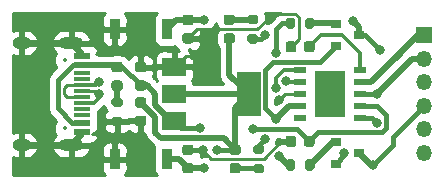
<source format=gbr>
%TF.GenerationSoftware,KiCad,Pcbnew,(5.1.8)-1*%
%TF.CreationDate,2021-05-04T18:07:08+08:00*%
%TF.ProjectId,downloader,646f776e-6c6f-4616-9465-722e6b696361,rev?*%
%TF.SameCoordinates,Original*%
%TF.FileFunction,Copper,L1,Top*%
%TF.FilePolarity,Positive*%
%FSLAX46Y46*%
G04 Gerber Fmt 4.6, Leading zero omitted, Abs format (unit mm)*
G04 Created by KiCad (PCBNEW (5.1.8)-1) date 2021-05-04 18:07:08*
%MOMM*%
%LPD*%
G01*
G04 APERTURE LIST*
%TA.AperFunction,SMDPad,CuDef*%
%ADD10R,2.500000X4.000000*%
%TD*%
%TA.AperFunction,SMDPad,CuDef*%
%ADD11R,1.100000X0.510000*%
%TD*%
%TA.AperFunction,SMDPad,CuDef*%
%ADD12R,2.000000X1.500000*%
%TD*%
%TA.AperFunction,SMDPad,CuDef*%
%ADD13R,2.000000X3.800000*%
%TD*%
%TA.AperFunction,SMDPad,CuDef*%
%ADD14R,0.900000X1.700000*%
%TD*%
%TA.AperFunction,SMDPad,CuDef*%
%ADD15R,0.900000X0.800000*%
%TD*%
%TA.AperFunction,ComponentPad*%
%ADD16O,1.350000X1.350000*%
%TD*%
%TA.AperFunction,ComponentPad*%
%ADD17R,1.350000X1.350000*%
%TD*%
%TA.AperFunction,SMDPad,CuDef*%
%ADD18R,1.450000X0.600000*%
%TD*%
%TA.AperFunction,SMDPad,CuDef*%
%ADD19R,1.450000X0.300000*%
%TD*%
%TA.AperFunction,ComponentPad*%
%ADD20O,2.100000X1.000000*%
%TD*%
%TA.AperFunction,ComponentPad*%
%ADD21O,1.600000X1.000000*%
%TD*%
%TA.AperFunction,ViaPad*%
%ADD22C,0.800000*%
%TD*%
%TA.AperFunction,Conductor*%
%ADD23C,0.500000*%
%TD*%
%TA.AperFunction,Conductor*%
%ADD24C,0.400000*%
%TD*%
%TA.AperFunction,Conductor*%
%ADD25C,0.250000*%
%TD*%
%TA.AperFunction,Conductor*%
%ADD26C,0.300000*%
%TD*%
%TA.AperFunction,Conductor*%
%ADD27C,0.254000*%
%TD*%
%TA.AperFunction,Conductor*%
%ADD28C,0.350000*%
%TD*%
%ADD29C,0.350000*%
%ADD30O,1.700000X0.600000*%
%ADD31O,1.200000X0.600000*%
G04 APERTURE END LIST*
%TO.P,R5,2*%
%TO.N,/RTS*%
%TA.AperFunction,SMDPad,CuDef*%
G36*
G01*
X121275000Y-86675000D02*
X121275000Y-87225000D01*
G75*
G02*
X121075000Y-87425000I-200000J0D01*
G01*
X120675000Y-87425000D01*
G75*
G02*
X120475000Y-87225000I0J200000D01*
G01*
X120475000Y-86675000D01*
G75*
G02*
X120675000Y-86475000I200000J0D01*
G01*
X121075000Y-86475000D01*
G75*
G02*
X121275000Y-86675000I0J-200000D01*
G01*
G37*
%TD.AperFunction*%
%TO.P,R5,1*%
%TO.N,Net-(Q1-Pad1)*%
%TA.AperFunction,SMDPad,CuDef*%
G36*
G01*
X122925000Y-86675000D02*
X122925000Y-87225000D01*
G75*
G02*
X122725000Y-87425000I-200000J0D01*
G01*
X122325000Y-87425000D01*
G75*
G02*
X122125000Y-87225000I0J200000D01*
G01*
X122125000Y-86675000D01*
G75*
G02*
X122325000Y-86475000I200000J0D01*
G01*
X122725000Y-86475000D01*
G75*
G02*
X122925000Y-86675000I0J-200000D01*
G01*
G37*
%TD.AperFunction*%
%TD*%
D10*
%TO.P,U2,11*%
%TO.N,N/C*%
X124200000Y-92950000D03*
D11*
%TO.P,U2,10*%
%TO.N,Net-(C3-Pad2)*%
X126750000Y-90950000D03*
%TO.P,U2,9*%
%TO.N,/RXD*%
X126750000Y-91950000D03*
%TO.P,U2,5*%
%TO.N,N/C*%
X121650000Y-94950000D03*
%TO.P,U2,8*%
%TO.N,/TXD*%
X126750000Y-92950000D03*
%TO.P,U2,7*%
%TO.N,VCC*%
X126750000Y-93950000D03*
%TO.P,U2,6*%
%TO.N,/RTS*%
X126750000Y-94950000D03*
%TO.P,U2,4*%
%TO.N,/DTR*%
X121650000Y-93950000D03*
%TO.P,U2,3*%
%TO.N,GND*%
X121650000Y-92950000D03*
%TO.P,U2,2*%
%TO.N,/D-*%
X121650000Y-91950000D03*
%TO.P,U2,1*%
%TO.N,/D+*%
X121650000Y-90950000D03*
%TD*%
D12*
%TO.P,U1,1*%
%TO.N,GND*%
X111050000Y-90650000D03*
%TO.P,U1,3*%
%TO.N,VCC*%
X111050000Y-95250000D03*
%TO.P,U1,2*%
%TO.N,+3V3*%
X111050000Y-92950000D03*
D13*
X117350000Y-92950000D03*
%TD*%
D14*
%TO.P,SW2,2*%
%TO.N,/EN*%
X110400000Y-98450000D03*
%TO.P,SW2,1*%
%TO.N,GND*%
X106000000Y-98450000D03*
%TD*%
%TO.P,SW1,2*%
%TO.N,/IO0*%
X110400000Y-87450000D03*
%TO.P,SW1,1*%
%TO.N,GND*%
X106000000Y-87450000D03*
%TD*%
%TO.P,R4,2*%
%TO.N,/DTR*%
%TA.AperFunction,SMDPad,CuDef*%
G36*
G01*
X121275000Y-98675000D02*
X121275000Y-99225000D01*
G75*
G02*
X121075000Y-99425000I-200000J0D01*
G01*
X120675000Y-99425000D01*
G75*
G02*
X120475000Y-99225000I0J200000D01*
G01*
X120475000Y-98675000D01*
G75*
G02*
X120675000Y-98475000I200000J0D01*
G01*
X121075000Y-98475000D01*
G75*
G02*
X121275000Y-98675000I0J-200000D01*
G01*
G37*
%TD.AperFunction*%
%TO.P,R4,1*%
%TO.N,Net-(Q2-Pad1)*%
%TA.AperFunction,SMDPad,CuDef*%
G36*
G01*
X122925000Y-98675000D02*
X122925000Y-99225000D01*
G75*
G02*
X122725000Y-99425000I-200000J0D01*
G01*
X122325000Y-99425000D01*
G75*
G02*
X122125000Y-99225000I0J200000D01*
G01*
X122125000Y-98675000D01*
G75*
G02*
X122325000Y-98475000I200000J0D01*
G01*
X122725000Y-98475000D01*
G75*
G02*
X122925000Y-98675000I0J-200000D01*
G01*
G37*
%TD.AperFunction*%
%TD*%
%TO.P,R3,2*%
%TO.N,/TXD*%
%TA.AperFunction,SMDPad,CuDef*%
G36*
G01*
X118475000Y-98025000D02*
X117925000Y-98025000D01*
G75*
G02*
X117725000Y-97825000I0J200000D01*
G01*
X117725000Y-97425000D01*
G75*
G02*
X117925000Y-97225000I200000J0D01*
G01*
X118475000Y-97225000D01*
G75*
G02*
X118675000Y-97425000I0J-200000D01*
G01*
X118675000Y-97825000D01*
G75*
G02*
X118475000Y-98025000I-200000J0D01*
G01*
G37*
%TD.AperFunction*%
%TO.P,R3,1*%
%TO.N,Net-(D3-Pad1)*%
%TA.AperFunction,SMDPad,CuDef*%
G36*
G01*
X118475000Y-99675000D02*
X117925000Y-99675000D01*
G75*
G02*
X117725000Y-99475000I0J200000D01*
G01*
X117725000Y-99075000D01*
G75*
G02*
X117925000Y-98875000I200000J0D01*
G01*
X118475000Y-98875000D01*
G75*
G02*
X118675000Y-99075000I0J-200000D01*
G01*
X118675000Y-99475000D01*
G75*
G02*
X118475000Y-99675000I-200000J0D01*
G01*
G37*
%TD.AperFunction*%
%TD*%
%TO.P,R2,2*%
%TO.N,/RXD*%
%TA.AperFunction,SMDPad,CuDef*%
G36*
G01*
X117425000Y-87875000D02*
X117975000Y-87875000D01*
G75*
G02*
X118175000Y-88075000I0J-200000D01*
G01*
X118175000Y-88475000D01*
G75*
G02*
X117975000Y-88675000I-200000J0D01*
G01*
X117425000Y-88675000D01*
G75*
G02*
X117225000Y-88475000I0J200000D01*
G01*
X117225000Y-88075000D01*
G75*
G02*
X117425000Y-87875000I200000J0D01*
G01*
G37*
%TD.AperFunction*%
%TO.P,R2,1*%
%TO.N,Net-(D2-Pad1)*%
%TA.AperFunction,SMDPad,CuDef*%
G36*
G01*
X117425000Y-86225000D02*
X117975000Y-86225000D01*
G75*
G02*
X118175000Y-86425000I0J-200000D01*
G01*
X118175000Y-86825000D01*
G75*
G02*
X117975000Y-87025000I-200000J0D01*
G01*
X117425000Y-87025000D01*
G75*
G02*
X117225000Y-86825000I0J200000D01*
G01*
X117225000Y-86425000D01*
G75*
G02*
X117425000Y-86225000I200000J0D01*
G01*
G37*
%TD.AperFunction*%
%TD*%
%TO.P,R1,2*%
%TO.N,GND*%
%TA.AperFunction,SMDPad,CuDef*%
G36*
G01*
X105925000Y-94875000D02*
X106475000Y-94875000D01*
G75*
G02*
X106675000Y-95075000I0J-200000D01*
G01*
X106675000Y-95475000D01*
G75*
G02*
X106475000Y-95675000I-200000J0D01*
G01*
X105925000Y-95675000D01*
G75*
G02*
X105725000Y-95475000I0J200000D01*
G01*
X105725000Y-95075000D01*
G75*
G02*
X105925000Y-94875000I200000J0D01*
G01*
G37*
%TD.AperFunction*%
%TO.P,R1,1*%
%TO.N,Net-(D1-Pad1)*%
%TA.AperFunction,SMDPad,CuDef*%
G36*
G01*
X105925000Y-93225000D02*
X106475000Y-93225000D01*
G75*
G02*
X106675000Y-93425000I0J-200000D01*
G01*
X106675000Y-93825000D01*
G75*
G02*
X106475000Y-94025000I-200000J0D01*
G01*
X105925000Y-94025000D01*
G75*
G02*
X105725000Y-93825000I0J200000D01*
G01*
X105725000Y-93425000D01*
G75*
G02*
X105925000Y-93225000I200000J0D01*
G01*
G37*
%TD.AperFunction*%
%TD*%
D15*
%TO.P,Q2,3*%
%TO.N,/EN*%
X126700000Y-97950000D03*
%TO.P,Q2,2*%
%TO.N,/RTS*%
X124700000Y-98900000D03*
%TO.P,Q2,1*%
%TO.N,Net-(Q2-Pad1)*%
X124700000Y-97000000D03*
%TD*%
%TO.P,Q1,3*%
%TO.N,/IO0*%
X126700000Y-87950000D03*
%TO.P,Q1,2*%
%TO.N,/DTR*%
X124700000Y-88900000D03*
%TO.P,Q1,1*%
%TO.N,Net-(Q1-Pad1)*%
X124700000Y-87000000D03*
%TD*%
D16*
%TO.P,J2,6*%
%TO.N,+3V3*%
X132200000Y-97950000D03*
%TO.P,J2,5*%
%TO.N,GND*%
X132200000Y-95950000D03*
%TO.P,J2,4*%
%TO.N,/EN*%
X132200000Y-93950000D03*
%TO.P,J2,3*%
%TO.N,/IO0*%
X132200000Y-91950000D03*
%TO.P,J2,2*%
%TO.N,/TXD*%
X132200000Y-89950000D03*
D17*
%TO.P,J2,1*%
%TO.N,/RXD*%
X132200000Y-87950000D03*
%TD*%
D18*
%TO.P,J1,B1*%
%TO.N,GND*%
X103245000Y-96200000D03*
%TO.P,J1,A9*%
%TO.N,VCC*%
X103245000Y-95400000D03*
%TO.P,J1,B9*%
X103245000Y-90500000D03*
%TO.P,J1,B12*%
%TO.N,GND*%
X103245000Y-89700000D03*
%TO.P,J1,A1*%
X103245000Y-89700000D03*
%TO.P,J1,A4*%
%TO.N,VCC*%
X103245000Y-90500000D03*
%TO.P,J1,B4*%
X103245000Y-95400000D03*
%TO.P,J1,A12*%
%TO.N,GND*%
X103245000Y-96200000D03*
D19*
%TO.P,J1,B8*%
%TO.N,N/C*%
X103245000Y-91200000D03*
%TO.P,J1,A5*%
X103245000Y-91700000D03*
%TO.P,J1,B7*%
%TO.N,/D-*%
X103245000Y-92200000D03*
%TO.P,J1,A7*%
X103245000Y-93200000D03*
%TO.P,J1,B6*%
%TO.N,/D+*%
X103245000Y-93700000D03*
%TO.P,J1,A8*%
%TO.N,N/C*%
X103245000Y-94200000D03*
%TO.P,J1,B5*%
X103245000Y-94700000D03*
%TO.P,J1,A6*%
%TO.N,/D+*%
X103245000Y-92700000D03*
D20*
%TO.P,J1,S1*%
%TO.N,GND*%
X102330000Y-97270000D03*
X102330000Y-88630000D03*
D21*
X98150000Y-88630000D03*
X98150000Y-97270000D03*
%TD*%
%TO.P,D3,2*%
%TO.N,+3V3*%
%TA.AperFunction,SMDPad,CuDef*%
G36*
G01*
X116456250Y-98100000D02*
X115943750Y-98100000D01*
G75*
G02*
X115725000Y-97881250I0J218750D01*
G01*
X115725000Y-97443750D01*
G75*
G02*
X115943750Y-97225000I218750J0D01*
G01*
X116456250Y-97225000D01*
G75*
G02*
X116675000Y-97443750I0J-218750D01*
G01*
X116675000Y-97881250D01*
G75*
G02*
X116456250Y-98100000I-218750J0D01*
G01*
G37*
%TD.AperFunction*%
%TO.P,D3,1*%
%TO.N,Net-(D3-Pad1)*%
%TA.AperFunction,SMDPad,CuDef*%
G36*
G01*
X116456250Y-99675000D02*
X115943750Y-99675000D01*
G75*
G02*
X115725000Y-99456250I0J218750D01*
G01*
X115725000Y-99018750D01*
G75*
G02*
X115943750Y-98800000I218750J0D01*
G01*
X116456250Y-98800000D01*
G75*
G02*
X116675000Y-99018750I0J-218750D01*
G01*
X116675000Y-99456250D01*
G75*
G02*
X116456250Y-99675000I-218750J0D01*
G01*
G37*
%TD.AperFunction*%
%TD*%
%TO.P,D2,2*%
%TO.N,+3V3*%
%TA.AperFunction,SMDPad,CuDef*%
G36*
G01*
X115443750Y-87800000D02*
X115956250Y-87800000D01*
G75*
G02*
X116175000Y-88018750I0J-218750D01*
G01*
X116175000Y-88456250D01*
G75*
G02*
X115956250Y-88675000I-218750J0D01*
G01*
X115443750Y-88675000D01*
G75*
G02*
X115225000Y-88456250I0J218750D01*
G01*
X115225000Y-88018750D01*
G75*
G02*
X115443750Y-87800000I218750J0D01*
G01*
G37*
%TD.AperFunction*%
%TO.P,D2,1*%
%TO.N,Net-(D2-Pad1)*%
%TA.AperFunction,SMDPad,CuDef*%
G36*
G01*
X115443750Y-86225000D02*
X115956250Y-86225000D01*
G75*
G02*
X116175000Y-86443750I0J-218750D01*
G01*
X116175000Y-86881250D01*
G75*
G02*
X115956250Y-87100000I-218750J0D01*
G01*
X115443750Y-87100000D01*
G75*
G02*
X115225000Y-86881250I0J218750D01*
G01*
X115225000Y-86443750D01*
G75*
G02*
X115443750Y-86225000I218750J0D01*
G01*
G37*
%TD.AperFunction*%
%TD*%
%TO.P,D1,2*%
%TO.N,VCC*%
%TA.AperFunction,SMDPad,CuDef*%
G36*
G01*
X106456250Y-91100000D02*
X105943750Y-91100000D01*
G75*
G02*
X105725000Y-90881250I0J218750D01*
G01*
X105725000Y-90443750D01*
G75*
G02*
X105943750Y-90225000I218750J0D01*
G01*
X106456250Y-90225000D01*
G75*
G02*
X106675000Y-90443750I0J-218750D01*
G01*
X106675000Y-90881250D01*
G75*
G02*
X106456250Y-91100000I-218750J0D01*
G01*
G37*
%TD.AperFunction*%
%TO.P,D1,1*%
%TO.N,Net-(D1-Pad1)*%
%TA.AperFunction,SMDPad,CuDef*%
G36*
G01*
X106456250Y-92675000D02*
X105943750Y-92675000D01*
G75*
G02*
X105725000Y-92456250I0J218750D01*
G01*
X105725000Y-92018750D01*
G75*
G02*
X105943750Y-91800000I218750J0D01*
G01*
X106456250Y-91800000D01*
G75*
G02*
X106675000Y-92018750I0J-218750D01*
G01*
X106675000Y-92456250D01*
G75*
G02*
X106456250Y-92675000I-218750J0D01*
G01*
G37*
%TD.AperFunction*%
%TD*%
%TO.P,C6,2*%
%TO.N,GND*%
%TA.AperFunction,SMDPad,CuDef*%
G36*
G01*
X112450000Y-98125000D02*
X111950000Y-98125000D01*
G75*
G02*
X111725000Y-97900000I0J225000D01*
G01*
X111725000Y-97450000D01*
G75*
G02*
X111950000Y-97225000I225000J0D01*
G01*
X112450000Y-97225000D01*
G75*
G02*
X112675000Y-97450000I0J-225000D01*
G01*
X112675000Y-97900000D01*
G75*
G02*
X112450000Y-98125000I-225000J0D01*
G01*
G37*
%TD.AperFunction*%
%TO.P,C6,1*%
%TO.N,/EN*%
%TA.AperFunction,SMDPad,CuDef*%
G36*
G01*
X112450000Y-99675000D02*
X111950000Y-99675000D01*
G75*
G02*
X111725000Y-99450000I0J225000D01*
G01*
X111725000Y-99000000D01*
G75*
G02*
X111950000Y-98775000I225000J0D01*
G01*
X112450000Y-98775000D01*
G75*
G02*
X112675000Y-99000000I0J-225000D01*
G01*
X112675000Y-99450000D01*
G75*
G02*
X112450000Y-99675000I-225000J0D01*
G01*
G37*
%TD.AperFunction*%
%TD*%
%TO.P,C5,2*%
%TO.N,GND*%
%TA.AperFunction,SMDPad,CuDef*%
G36*
G01*
X111950000Y-87775000D02*
X112450000Y-87775000D01*
G75*
G02*
X112675000Y-88000000I0J-225000D01*
G01*
X112675000Y-88450000D01*
G75*
G02*
X112450000Y-88675000I-225000J0D01*
G01*
X111950000Y-88675000D01*
G75*
G02*
X111725000Y-88450000I0J225000D01*
G01*
X111725000Y-88000000D01*
G75*
G02*
X111950000Y-87775000I225000J0D01*
G01*
G37*
%TD.AperFunction*%
%TO.P,C5,1*%
%TO.N,/IO0*%
%TA.AperFunction,SMDPad,CuDef*%
G36*
G01*
X111950000Y-86225000D02*
X112450000Y-86225000D01*
G75*
G02*
X112675000Y-86450000I0J-225000D01*
G01*
X112675000Y-86900000D01*
G75*
G02*
X112450000Y-87125000I-225000J0D01*
G01*
X111950000Y-87125000D01*
G75*
G02*
X111725000Y-86900000I0J225000D01*
G01*
X111725000Y-86450000D01*
G75*
G02*
X111950000Y-86225000I225000J0D01*
G01*
G37*
%TD.AperFunction*%
%TD*%
%TO.P,C4,2*%
%TO.N,VCC*%
%TA.AperFunction,SMDPad,CuDef*%
G36*
G01*
X122025000Y-97200000D02*
X122025000Y-96700000D01*
G75*
G02*
X122250000Y-96475000I225000J0D01*
G01*
X122700000Y-96475000D01*
G75*
G02*
X122925000Y-96700000I0J-225000D01*
G01*
X122925000Y-97200000D01*
G75*
G02*
X122700000Y-97425000I-225000J0D01*
G01*
X122250000Y-97425000D01*
G75*
G02*
X122025000Y-97200000I0J225000D01*
G01*
G37*
%TD.AperFunction*%
%TO.P,C4,1*%
%TO.N,GND*%
%TA.AperFunction,SMDPad,CuDef*%
G36*
G01*
X120475000Y-97200000D02*
X120475000Y-96700000D01*
G75*
G02*
X120700000Y-96475000I225000J0D01*
G01*
X121150000Y-96475000D01*
G75*
G02*
X121375000Y-96700000I0J-225000D01*
G01*
X121375000Y-97200000D01*
G75*
G02*
X121150000Y-97425000I-225000J0D01*
G01*
X120700000Y-97425000D01*
G75*
G02*
X120475000Y-97200000I0J225000D01*
G01*
G37*
%TD.AperFunction*%
%TD*%
%TO.P,C3,2*%
%TO.N,Net-(C3-Pad2)*%
%TA.AperFunction,SMDPad,CuDef*%
G36*
G01*
X122025000Y-89200000D02*
X122025000Y-88700000D01*
G75*
G02*
X122250000Y-88475000I225000J0D01*
G01*
X122700000Y-88475000D01*
G75*
G02*
X122925000Y-88700000I0J-225000D01*
G01*
X122925000Y-89200000D01*
G75*
G02*
X122700000Y-89425000I-225000J0D01*
G01*
X122250000Y-89425000D01*
G75*
G02*
X122025000Y-89200000I0J225000D01*
G01*
G37*
%TD.AperFunction*%
%TO.P,C3,1*%
%TO.N,GND*%
%TA.AperFunction,SMDPad,CuDef*%
G36*
G01*
X120475000Y-89200000D02*
X120475000Y-88700000D01*
G75*
G02*
X120700000Y-88475000I225000J0D01*
G01*
X121150000Y-88475000D01*
G75*
G02*
X121375000Y-88700000I0J-225000D01*
G01*
X121375000Y-89200000D01*
G75*
G02*
X121150000Y-89425000I-225000J0D01*
G01*
X120700000Y-89425000D01*
G75*
G02*
X120475000Y-89200000I0J225000D01*
G01*
G37*
%TD.AperFunction*%
%TD*%
%TO.P,C2,2*%
%TO.N,GND*%
%TA.AperFunction,SMDPad,CuDef*%
G36*
G01*
X107950000Y-94775000D02*
X108450000Y-94775000D01*
G75*
G02*
X108675000Y-95000000I0J-225000D01*
G01*
X108675000Y-95450000D01*
G75*
G02*
X108450000Y-95675000I-225000J0D01*
G01*
X107950000Y-95675000D01*
G75*
G02*
X107725000Y-95450000I0J225000D01*
G01*
X107725000Y-95000000D01*
G75*
G02*
X107950000Y-94775000I225000J0D01*
G01*
G37*
%TD.AperFunction*%
%TO.P,C2,1*%
%TO.N,+3V3*%
%TA.AperFunction,SMDPad,CuDef*%
G36*
G01*
X107950000Y-93225000D02*
X108450000Y-93225000D01*
G75*
G02*
X108675000Y-93450000I0J-225000D01*
G01*
X108675000Y-93900000D01*
G75*
G02*
X108450000Y-94125000I-225000J0D01*
G01*
X107950000Y-94125000D01*
G75*
G02*
X107725000Y-93900000I0J225000D01*
G01*
X107725000Y-93450000D01*
G75*
G02*
X107950000Y-93225000I225000J0D01*
G01*
G37*
%TD.AperFunction*%
%TD*%
%TO.P,C1,2*%
%TO.N,GND*%
%TA.AperFunction,SMDPad,CuDef*%
G36*
G01*
X108450000Y-91125000D02*
X107950000Y-91125000D01*
G75*
G02*
X107725000Y-90900000I0J225000D01*
G01*
X107725000Y-90450000D01*
G75*
G02*
X107950000Y-90225000I225000J0D01*
G01*
X108450000Y-90225000D01*
G75*
G02*
X108675000Y-90450000I0J-225000D01*
G01*
X108675000Y-90900000D01*
G75*
G02*
X108450000Y-91125000I-225000J0D01*
G01*
G37*
%TD.AperFunction*%
%TO.P,C1,1*%
%TO.N,VCC*%
%TA.AperFunction,SMDPad,CuDef*%
G36*
G01*
X108450000Y-92675000D02*
X107950000Y-92675000D01*
G75*
G02*
X107725000Y-92450000I0J225000D01*
G01*
X107725000Y-92000000D01*
G75*
G02*
X107950000Y-91775000I225000J0D01*
G01*
X108450000Y-91775000D01*
G75*
G02*
X108675000Y-92000000I0J-225000D01*
G01*
X108675000Y-92450000D01*
G75*
G02*
X108450000Y-92675000I-225000J0D01*
G01*
G37*
%TD.AperFunction*%
%TD*%
D22*
%TO.N,GND*%
X113450000Y-97700000D03*
X119950000Y-93449999D03*
X112700000Y-89700000D03*
%TO.N,VCC*%
X117700000Y-95950000D03*
X113200000Y-95850000D03*
%TO.N,+3V3*%
X114700000Y-97700000D03*
%TO.N,/IO0*%
X113600000Y-86650000D03*
X126200000Y-86750034D03*
X128450000Y-89200000D03*
%TO.N,/EN*%
X113600000Y-99250000D03*
X127900000Y-98950000D03*
%TO.N,/D-*%
X104700000Y-91950030D03*
X120511320Y-91847706D03*
%TO.N,/D+*%
X104700000Y-92950043D03*
X119699990Y-92450012D03*
%TO.N,/TXD*%
X118700000Y-96750000D03*
X128200000Y-92950000D03*
%TO.N,/RXD*%
X118700000Y-87950020D03*
%TO.N,/DTR*%
X119700000Y-95050000D03*
X119950000Y-98200000D03*
%TO.N,/RTS*%
X128199993Y-95399989D03*
X119700000Y-89450000D03*
X125450000Y-97950000D03*
%TD*%
D23*
%TO.N,GND*%
X98150000Y-88630000D02*
X102330000Y-88630000D01*
X98150000Y-97270000D02*
X102330000Y-97270000D01*
X103245000Y-96355000D02*
X102330000Y-97270000D01*
X103245000Y-96200000D02*
X103245000Y-96355000D01*
X103245000Y-89545000D02*
X102330000Y-88630000D01*
X103245000Y-89700000D02*
X103245000Y-89545000D01*
D24*
X110525000Y-90675000D02*
X110550000Y-90650000D01*
D25*
X113425000Y-97675000D02*
X113450000Y-97700000D01*
X112200000Y-97675000D02*
X113425000Y-97675000D01*
X120092478Y-96950000D02*
X120925000Y-96950000D01*
X118617468Y-98425010D02*
X120092478Y-96950000D01*
X114175010Y-98425010D02*
X118617468Y-98425010D01*
X113450000Y-97700000D02*
X114175010Y-98425010D01*
X118092478Y-87450000D02*
X112975000Y-87450000D01*
X119392488Y-86149990D02*
X118092478Y-87450000D01*
X121600010Y-86457532D02*
X121292468Y-86149990D01*
X121600010Y-88274990D02*
X121600010Y-86457532D01*
X112975000Y-87450000D02*
X112200000Y-88225000D01*
X121292468Y-86149990D02*
X119392488Y-86149990D01*
X120925000Y-88950000D02*
X121600010Y-88274990D01*
X120449999Y-92950000D02*
X119950000Y-93449999D01*
X121650000Y-92950000D02*
X120449999Y-92950000D01*
X112000000Y-89700000D02*
X111050000Y-90650000D01*
X112700000Y-89700000D02*
X112000000Y-89700000D01*
D23*
%TO.N,VCC*%
X106037500Y-90500000D02*
X106200000Y-90662500D01*
X103245000Y-90500000D02*
X106037500Y-90500000D01*
D24*
X102433002Y-90500000D02*
X103245000Y-90500000D01*
X101174990Y-91758012D02*
X102433002Y-90500000D01*
X101174990Y-94169990D02*
X101174990Y-91758012D01*
X102405000Y-95400000D02*
X101174990Y-94169990D01*
X103245000Y-95400000D02*
X102405000Y-95400000D01*
X106637500Y-90662500D02*
X108200000Y-92225000D01*
X106200000Y-90662500D02*
X106637500Y-90662500D01*
D23*
X110789998Y-95250000D02*
X111050000Y-95250000D01*
X109450000Y-93910002D02*
X110789998Y-95250000D01*
X109450000Y-92950000D02*
X109450000Y-93910002D01*
X108725000Y-92225000D02*
X109450000Y-92950000D01*
X108200000Y-92225000D02*
X108725000Y-92225000D01*
D24*
X123225001Y-96199999D02*
X122475000Y-96950000D01*
X128200000Y-93950000D02*
X129000003Y-94750003D01*
X129000003Y-95834001D02*
X128634005Y-96199999D01*
X126750000Y-93950000D02*
X128200000Y-93950000D01*
X128634005Y-96199999D02*
X123225001Y-96199999D01*
X129000003Y-94750003D02*
X129000003Y-95834001D01*
X121475000Y-95950000D02*
X117700000Y-95950000D01*
X122475000Y-96950000D02*
X121475000Y-95950000D01*
X111650000Y-95850000D02*
X111050000Y-95250000D01*
X113200000Y-95850000D02*
X111650000Y-95850000D01*
D23*
%TO.N,+3V3*%
X111050000Y-92950000D02*
X117350000Y-92950000D01*
X115237500Y-96700000D02*
X116200000Y-97662500D01*
X109939998Y-96700000D02*
X115237500Y-96700000D01*
X109450000Y-96210002D02*
X109939998Y-96700000D01*
X109450000Y-94899964D02*
X109450000Y-96210002D01*
X108225036Y-93675000D02*
X109450000Y-94899964D01*
X108200000Y-93675000D02*
X108225036Y-93675000D01*
X115700000Y-91300000D02*
X117350000Y-92950000D01*
X115700000Y-88237500D02*
X115700000Y-91300000D01*
X116200000Y-94100000D02*
X116200000Y-97662500D01*
X117350000Y-92950000D02*
X116200000Y-94100000D01*
D24*
X114737500Y-97662500D02*
X114700000Y-97700000D01*
X116200000Y-97662500D02*
X114737500Y-97662500D01*
D26*
%TO.N,Net-(C3-Pad2)*%
X126750000Y-89469998D02*
X126750000Y-90950000D01*
X125230002Y-87950000D02*
X126750000Y-89469998D01*
X123475000Y-87950000D02*
X125230002Y-87950000D01*
X122475000Y-88950000D02*
X123475000Y-87950000D01*
D23*
%TO.N,/IO0*%
X111175000Y-86675000D02*
X110400000Y-87450000D01*
X112200000Y-86675000D02*
X111175000Y-86675000D01*
X113575000Y-86675000D02*
X113600000Y-86650000D01*
X112200000Y-86675000D02*
X113575000Y-86675000D01*
X126700000Y-87950000D02*
X126700000Y-87250034D01*
X126700000Y-87250034D02*
X126200000Y-86750034D01*
D24*
X127200000Y-87950000D02*
X128450000Y-89200000D01*
X126700000Y-87950000D02*
X127200000Y-87950000D01*
D23*
%TO.N,/EN*%
X111425000Y-98450000D02*
X112200000Y-99225000D01*
X110400000Y-98450000D02*
X111425000Y-98450000D01*
X113575000Y-99225000D02*
X113600000Y-99250000D01*
X112200000Y-99225000D02*
X113575000Y-99225000D01*
X127700000Y-98950000D02*
X126700000Y-97950000D01*
X127900000Y-98950000D02*
X127700000Y-98950000D01*
D24*
X129600012Y-96549988D02*
X132200000Y-93950000D01*
X129600012Y-97249988D02*
X129600012Y-96549988D01*
X127900000Y-98950000D02*
X129600012Y-97249988D01*
D23*
%TO.N,Net-(D1-Pad1)*%
X106200000Y-92237500D02*
X106200000Y-93625000D01*
%TO.N,Net-(D2-Pad1)*%
X117662500Y-86662500D02*
X117700000Y-86625000D01*
X115700000Y-86662500D02*
X117662500Y-86662500D01*
D24*
%TO.N,Net-(D3-Pad1)*%
X118162500Y-99237500D02*
X118200000Y-99275000D01*
X116200000Y-99237500D02*
X118162500Y-99237500D01*
D26*
%TO.N,/D-*%
X103245000Y-92200000D02*
X104450030Y-92200000D01*
X104450030Y-92200000D02*
X104700000Y-91950030D01*
D25*
X101950000Y-92200000D02*
X103245000Y-92200000D01*
X101700000Y-92450000D02*
X101950000Y-92200000D01*
X101700000Y-92950000D02*
X101700000Y-92450000D01*
X101950000Y-93200000D02*
X101700000Y-92950000D01*
X103245000Y-93200000D02*
X101950000Y-93200000D01*
D26*
X120613614Y-91950000D02*
X120511320Y-91847706D01*
X121650000Y-91950000D02*
X120613614Y-91950000D01*
%TO.N,/D+*%
X103245000Y-93700000D02*
X104270000Y-93700000D01*
X104270000Y-93700000D02*
X104700000Y-93270000D01*
X104700000Y-93270000D02*
X104700000Y-92950043D01*
D25*
X104449957Y-92700000D02*
X104700000Y-92950043D01*
X103245000Y-92700000D02*
X104449957Y-92700000D01*
D26*
X120339996Y-90950000D02*
X119699990Y-91590006D01*
X119699990Y-91590006D02*
X119699990Y-92450012D01*
X121650000Y-90950000D02*
X120339996Y-90950000D01*
D24*
%TO.N,/TXD*%
X118200000Y-97250000D02*
X118700000Y-96750000D01*
X118200000Y-97625000D02*
X118200000Y-97250000D01*
X126750000Y-92950000D02*
X128200000Y-92950000D01*
D23*
X131200000Y-89950000D02*
X128200000Y-92950000D01*
X132200000Y-89950000D02*
X131200000Y-89950000D01*
%TO.N,/RXD*%
X131700000Y-87950000D02*
X132200000Y-87950000D01*
X129700000Y-89950000D02*
X131700000Y-87950000D01*
X127700000Y-91950000D02*
X126750000Y-91950000D01*
X131700000Y-87950000D02*
X127700000Y-91950000D01*
D24*
X118375020Y-88275000D02*
X118700000Y-87950020D01*
X117700000Y-88275000D02*
X118375020Y-88275000D01*
D23*
%TO.N,/DTR*%
X120800000Y-93950000D02*
X119700000Y-95050000D01*
X121650000Y-93950000D02*
X120800000Y-93950000D01*
D24*
X123349999Y-90250001D02*
X124700000Y-88900000D01*
X118750001Y-90899999D02*
X119399999Y-90250001D01*
X118750001Y-94100001D02*
X118750001Y-90899999D01*
X119399999Y-90250001D02*
X123349999Y-90250001D01*
X119700000Y-95050000D02*
X118750001Y-94100001D01*
D23*
X120700000Y-98950000D02*
X119950000Y-98200000D01*
X120875000Y-98950000D02*
X120700000Y-98950000D01*
D24*
%TO.N,/RTS*%
X126750000Y-94950000D02*
X127750004Y-94950000D01*
X127750004Y-94950000D02*
X128199993Y-95399989D01*
X120875000Y-86950000D02*
X120200000Y-86950000D01*
X120200000Y-86950000D02*
X119700000Y-87450000D01*
X119700000Y-87450000D02*
X119700000Y-89450000D01*
X125450000Y-98150000D02*
X125450000Y-97950000D01*
X124700000Y-98900000D02*
X125450000Y-98150000D01*
D23*
%TO.N,Net-(Q2-Pad1)*%
X124475000Y-97000000D02*
X122525000Y-98950000D01*
X124700000Y-97000000D02*
X124475000Y-97000000D01*
%TO.N,Net-(Q1-Pad1)*%
X124650000Y-86950000D02*
X124700000Y-87000000D01*
X122525000Y-86950000D02*
X124650000Y-86950000D01*
%TD*%
D27*
%TO.N,GND*%
X105098815Y-86148815D02*
X105019463Y-86245506D01*
X104960498Y-86355820D01*
X104924188Y-86475518D01*
X104911928Y-86600000D01*
X104915000Y-87164250D01*
X105073750Y-87323000D01*
X105873000Y-87323000D01*
X105873000Y-87303000D01*
X106127000Y-87303000D01*
X106127000Y-87323000D01*
X106926250Y-87323000D01*
X107085000Y-87164250D01*
X107088072Y-86600000D01*
X107075812Y-86475518D01*
X107039502Y-86355820D01*
X106980537Y-86245506D01*
X106901185Y-86148815D01*
X106853889Y-86110000D01*
X109546111Y-86110000D01*
X109498815Y-86148815D01*
X109419463Y-86245506D01*
X109360498Y-86355820D01*
X109324188Y-86475518D01*
X109311928Y-86600000D01*
X109311928Y-88300000D01*
X109324188Y-88424482D01*
X109360498Y-88544180D01*
X109419463Y-88654494D01*
X109498815Y-88751185D01*
X109595506Y-88830537D01*
X109705820Y-88889502D01*
X109825518Y-88925812D01*
X109950000Y-88938072D01*
X110850000Y-88938072D01*
X110974482Y-88925812D01*
X111094180Y-88889502D01*
X111121987Y-88874639D01*
X111135498Y-88919180D01*
X111194463Y-89029494D01*
X111273815Y-89126185D01*
X111370506Y-89205537D01*
X111480586Y-89264377D01*
X111335750Y-89265000D01*
X111177000Y-89423750D01*
X111177000Y-90523000D01*
X112526250Y-90523000D01*
X112685000Y-90364250D01*
X112688072Y-89900000D01*
X112675812Y-89775518D01*
X112639502Y-89655820D01*
X112580537Y-89545506D01*
X112501185Y-89448815D01*
X112404494Y-89369463D01*
X112294180Y-89310498D01*
X112292538Y-89310000D01*
X112327002Y-89310000D01*
X112327002Y-89151252D01*
X112485750Y-89310000D01*
X112675000Y-89313072D01*
X112799482Y-89300812D01*
X112919180Y-89264502D01*
X113029494Y-89205537D01*
X113126185Y-89126185D01*
X113205537Y-89029494D01*
X113264502Y-88919180D01*
X113300812Y-88799482D01*
X113313072Y-88675000D01*
X113310000Y-88510750D01*
X113151250Y-88352000D01*
X112327000Y-88352000D01*
X112327000Y-88372000D01*
X112073000Y-88372000D01*
X112073000Y-88352000D01*
X112053000Y-88352000D01*
X112053000Y-88098000D01*
X112073000Y-88098000D01*
X112073000Y-88078000D01*
X112327000Y-88078000D01*
X112327000Y-88098000D01*
X113151250Y-88098000D01*
X113310000Y-87939250D01*
X113313072Y-87775000D01*
X113300812Y-87650518D01*
X113299278Y-87645460D01*
X113498061Y-87685000D01*
X113701939Y-87685000D01*
X113901898Y-87645226D01*
X114090256Y-87567205D01*
X114259774Y-87453937D01*
X114403937Y-87309774D01*
X114517205Y-87140256D01*
X114594144Y-86954511D01*
X114603392Y-87048408D01*
X114652150Y-87209142D01*
X114731329Y-87357275D01*
X114807426Y-87450000D01*
X114731329Y-87542725D01*
X114652150Y-87690858D01*
X114603392Y-87851592D01*
X114586928Y-88018750D01*
X114586928Y-88456250D01*
X114603392Y-88623408D01*
X114652150Y-88784142D01*
X114731329Y-88932275D01*
X114815000Y-89034230D01*
X114815001Y-91256521D01*
X114810719Y-91300000D01*
X114827805Y-91473490D01*
X114878412Y-91640313D01*
X114960590Y-91794059D01*
X115043468Y-91895046D01*
X115043471Y-91895049D01*
X115071184Y-91928817D01*
X115104951Y-91956529D01*
X115213422Y-92065000D01*
X112672621Y-92065000D01*
X112639502Y-91955820D01*
X112580537Y-91845506D01*
X112543191Y-91800000D01*
X112580537Y-91754494D01*
X112639502Y-91644180D01*
X112675812Y-91524482D01*
X112688072Y-91400000D01*
X112685000Y-90935750D01*
X112526250Y-90777000D01*
X111177000Y-90777000D01*
X111177000Y-90797000D01*
X110923000Y-90797000D01*
X110923000Y-90777000D01*
X109573750Y-90777000D01*
X109415000Y-90935750D01*
X109411928Y-91400000D01*
X109424188Y-91524482D01*
X109460498Y-91644180D01*
X109519463Y-91754494D01*
X109556809Y-91800000D01*
X109554451Y-91802873D01*
X109381534Y-91629956D01*
X109353817Y-91596183D01*
X109219059Y-91485589D01*
X109206008Y-91478613D01*
X109264502Y-91369180D01*
X109300812Y-91249482D01*
X109313072Y-91125000D01*
X109310000Y-90960750D01*
X109151250Y-90802000D01*
X108327000Y-90802000D01*
X108327000Y-90822000D01*
X108073000Y-90822000D01*
X108073000Y-90802000D01*
X108053000Y-90802000D01*
X108053000Y-90548000D01*
X108073000Y-90548000D01*
X108073000Y-89748750D01*
X108327000Y-89748750D01*
X108327000Y-90548000D01*
X109151250Y-90548000D01*
X109310000Y-90389250D01*
X109313072Y-90225000D01*
X109300812Y-90100518D01*
X109264502Y-89980820D01*
X109221303Y-89900000D01*
X109411928Y-89900000D01*
X109415000Y-90364250D01*
X109573750Y-90523000D01*
X110923000Y-90523000D01*
X110923000Y-89423750D01*
X110764250Y-89265000D01*
X110050000Y-89261928D01*
X109925518Y-89274188D01*
X109805820Y-89310498D01*
X109695506Y-89369463D01*
X109598815Y-89448815D01*
X109519463Y-89545506D01*
X109460498Y-89655820D01*
X109424188Y-89775518D01*
X109411928Y-89900000D01*
X109221303Y-89900000D01*
X109205537Y-89870506D01*
X109126185Y-89773815D01*
X109029494Y-89694463D01*
X108919180Y-89635498D01*
X108799482Y-89599188D01*
X108675000Y-89586928D01*
X108485750Y-89590000D01*
X108327000Y-89748750D01*
X108073000Y-89748750D01*
X107914250Y-89590000D01*
X107725000Y-89586928D01*
X107600518Y-89599188D01*
X107480820Y-89635498D01*
X107370506Y-89694463D01*
X107273815Y-89773815D01*
X107194463Y-89870506D01*
X107152821Y-89948412D01*
X107062115Y-89837885D01*
X106932275Y-89731329D01*
X106784142Y-89652150D01*
X106623408Y-89603392D01*
X106456250Y-89586928D01*
X105943750Y-89586928D01*
X105776592Y-89603392D01*
X105738325Y-89615000D01*
X104605000Y-89615000D01*
X104605000Y-89572998D01*
X104446252Y-89572998D01*
X104605000Y-89414250D01*
X104608072Y-89400000D01*
X104595812Y-89275518D01*
X104559502Y-89155820D01*
X104500537Y-89045506D01*
X104421185Y-88948815D01*
X104324494Y-88869463D01*
X104214180Y-88810498D01*
X104094482Y-88774188D01*
X103970000Y-88761928D01*
X103852104Y-88762753D01*
X103847954Y-88757000D01*
X102457000Y-88757000D01*
X102457000Y-88768133D01*
X102395518Y-88774188D01*
X102386248Y-88777000D01*
X102203000Y-88777000D01*
X102203000Y-88757000D01*
X100812046Y-88757000D01*
X100685881Y-88931874D01*
X100765724Y-89154976D01*
X100887631Y-89342764D01*
X101028206Y-89487116D01*
X100949259Y-89605269D01*
X100876892Y-89779978D01*
X100840000Y-89965448D01*
X100840000Y-90154552D01*
X100876892Y-90340022D01*
X100949259Y-90514731D01*
X101054319Y-90671964D01*
X101067245Y-90684890D01*
X100613564Y-91138571D01*
X100581700Y-91164721D01*
X100530466Y-91227150D01*
X100477354Y-91291867D01*
X100399818Y-91436926D01*
X100352072Y-91594324D01*
X100335950Y-91758012D01*
X100339991Y-91799040D01*
X100339990Y-94128971D01*
X100335950Y-94169990D01*
X100339990Y-94211008D01*
X100352072Y-94333678D01*
X100399818Y-94491076D01*
X100477354Y-94636135D01*
X100581699Y-94763281D01*
X100613568Y-94789435D01*
X101053458Y-95229325D01*
X100949259Y-95385269D01*
X100876892Y-95559978D01*
X100840000Y-95745448D01*
X100840000Y-95934552D01*
X100876892Y-96120022D01*
X100949259Y-96294731D01*
X101028206Y-96412884D01*
X100887631Y-96557236D01*
X100765724Y-96745024D01*
X100685881Y-96968126D01*
X100812046Y-97143000D01*
X102203000Y-97143000D01*
X102203000Y-97123000D01*
X102386248Y-97123000D01*
X102395518Y-97125812D01*
X102457000Y-97131867D01*
X102457000Y-97143000D01*
X103847954Y-97143000D01*
X103852104Y-97137247D01*
X103970000Y-97138072D01*
X104094482Y-97125812D01*
X104214180Y-97089502D01*
X104324494Y-97030537D01*
X104421185Y-96951185D01*
X104500537Y-96854494D01*
X104559502Y-96744180D01*
X104595812Y-96624482D01*
X104608072Y-96500000D01*
X104605000Y-96485750D01*
X104446250Y-96327000D01*
X104082420Y-96327000D01*
X104094482Y-96325812D01*
X104214180Y-96289502D01*
X104324494Y-96230537D01*
X104421185Y-96151185D01*
X104500537Y-96054494D01*
X104541625Y-95977625D01*
X104605000Y-95914250D01*
X104608072Y-95900000D01*
X104598223Y-95800000D01*
X104608072Y-95700000D01*
X104608072Y-95675000D01*
X105086928Y-95675000D01*
X105099188Y-95799482D01*
X105135498Y-95919180D01*
X105194463Y-96029494D01*
X105273815Y-96126185D01*
X105370506Y-96205537D01*
X105480820Y-96264502D01*
X105600518Y-96300812D01*
X105725000Y-96313072D01*
X105914250Y-96310000D01*
X106073000Y-96151250D01*
X106073000Y-95402000D01*
X106327000Y-95402000D01*
X106327000Y-96151250D01*
X106485750Y-96310000D01*
X106675000Y-96313072D01*
X106799482Y-96300812D01*
X106919180Y-96264502D01*
X107029494Y-96205537D01*
X107126185Y-96126185D01*
X107200000Y-96036241D01*
X107273815Y-96126185D01*
X107370506Y-96205537D01*
X107480820Y-96264502D01*
X107600518Y-96300812D01*
X107725000Y-96313072D01*
X107914250Y-96310000D01*
X108073000Y-96151250D01*
X108073000Y-95352000D01*
X107248750Y-95352000D01*
X107175000Y-95425750D01*
X107151250Y-95402000D01*
X106327000Y-95402000D01*
X106073000Y-95402000D01*
X105248750Y-95402000D01*
X105090000Y-95560750D01*
X105086928Y-95675000D01*
X104608072Y-95675000D01*
X104608072Y-95100000D01*
X104595812Y-94975518D01*
X104595655Y-94975000D01*
X104595812Y-94974482D01*
X104608072Y-94850000D01*
X104608072Y-94550000D01*
X104598223Y-94450000D01*
X104601897Y-94412699D01*
X104708233Y-94355862D01*
X104827764Y-94257764D01*
X104852347Y-94227810D01*
X105102011Y-93978145D01*
X105103031Y-93988500D01*
X105150722Y-94145716D01*
X105228169Y-94290608D01*
X105311863Y-94392590D01*
X105273815Y-94423815D01*
X105194463Y-94520506D01*
X105135498Y-94630820D01*
X105099188Y-94750518D01*
X105086928Y-94875000D01*
X105090000Y-94989250D01*
X105248750Y-95148000D01*
X106073000Y-95148000D01*
X106073000Y-95128000D01*
X106327000Y-95128000D01*
X106327000Y-95148000D01*
X107151250Y-95148000D01*
X107225000Y-95074250D01*
X107248750Y-95098000D01*
X108073000Y-95098000D01*
X108073000Y-95078000D01*
X108327000Y-95078000D01*
X108327000Y-95098000D01*
X108347000Y-95098000D01*
X108347000Y-95352000D01*
X108327000Y-95352000D01*
X108327000Y-96151250D01*
X108485750Y-96310000D01*
X108570703Y-96311379D01*
X108577805Y-96383492D01*
X108628412Y-96550315D01*
X108710590Y-96704061D01*
X108793468Y-96805048D01*
X108793471Y-96805051D01*
X108821184Y-96838819D01*
X108854952Y-96866532D01*
X109283464Y-97295044D01*
X109311181Y-97328817D01*
X109357226Y-97366606D01*
X109324188Y-97475518D01*
X109311928Y-97600000D01*
X109311928Y-99300000D01*
X109324188Y-99424482D01*
X109360498Y-99544180D01*
X109419463Y-99654494D01*
X109498815Y-99751185D01*
X109546111Y-99790000D01*
X106853889Y-99790000D01*
X106901185Y-99751185D01*
X106980537Y-99654494D01*
X107039502Y-99544180D01*
X107075812Y-99424482D01*
X107088072Y-99300000D01*
X107085000Y-98735750D01*
X106926250Y-98577000D01*
X106127000Y-98577000D01*
X106127000Y-98597000D01*
X105873000Y-98597000D01*
X105873000Y-98577000D01*
X105073750Y-98577000D01*
X104915000Y-98735750D01*
X104911928Y-99300000D01*
X104924188Y-99424482D01*
X104960498Y-99544180D01*
X105019463Y-99654494D01*
X105098815Y-99751185D01*
X105146111Y-99790000D01*
X97360000Y-99790000D01*
X97360000Y-98296514D01*
X97504013Y-98358415D01*
X97723000Y-98405000D01*
X98023000Y-98405000D01*
X98023000Y-97397000D01*
X98277000Y-97397000D01*
X98277000Y-98405000D01*
X98577000Y-98405000D01*
X98795987Y-98358415D01*
X99001678Y-98270003D01*
X99186169Y-98143161D01*
X99342369Y-97982764D01*
X99464276Y-97794976D01*
X99544119Y-97571874D01*
X100685881Y-97571874D01*
X100765724Y-97794976D01*
X100887631Y-97982764D01*
X101043831Y-98143161D01*
X101228322Y-98270003D01*
X101434013Y-98358415D01*
X101653000Y-98405000D01*
X102203000Y-98405000D01*
X102203000Y-97397000D01*
X102457000Y-97397000D01*
X102457000Y-98405000D01*
X103007000Y-98405000D01*
X103225987Y-98358415D01*
X103431678Y-98270003D01*
X103616169Y-98143161D01*
X103772369Y-97982764D01*
X103894276Y-97794976D01*
X103964053Y-97600000D01*
X104911928Y-97600000D01*
X104915000Y-98164250D01*
X105073750Y-98323000D01*
X105873000Y-98323000D01*
X105873000Y-97123750D01*
X106127000Y-97123750D01*
X106127000Y-98323000D01*
X106926250Y-98323000D01*
X107085000Y-98164250D01*
X107088072Y-97600000D01*
X107075812Y-97475518D01*
X107039502Y-97355820D01*
X106980537Y-97245506D01*
X106901185Y-97148815D01*
X106804494Y-97069463D01*
X106694180Y-97010498D01*
X106574482Y-96974188D01*
X106450000Y-96961928D01*
X106285750Y-96965000D01*
X106127000Y-97123750D01*
X105873000Y-97123750D01*
X105714250Y-96965000D01*
X105550000Y-96961928D01*
X105425518Y-96974188D01*
X105305820Y-97010498D01*
X105195506Y-97069463D01*
X105098815Y-97148815D01*
X105019463Y-97245506D01*
X104960498Y-97355820D01*
X104924188Y-97475518D01*
X104911928Y-97600000D01*
X103964053Y-97600000D01*
X103974119Y-97571874D01*
X103847954Y-97397000D01*
X102457000Y-97397000D01*
X102203000Y-97397000D01*
X100812046Y-97397000D01*
X100685881Y-97571874D01*
X99544119Y-97571874D01*
X99417954Y-97397000D01*
X98277000Y-97397000D01*
X98023000Y-97397000D01*
X98003000Y-97397000D01*
X98003000Y-97143000D01*
X98023000Y-97143000D01*
X98023000Y-96135000D01*
X98277000Y-96135000D01*
X98277000Y-97143000D01*
X99417954Y-97143000D01*
X99544119Y-96968126D01*
X99464276Y-96745024D01*
X99342369Y-96557236D01*
X99186169Y-96396839D01*
X99001678Y-96269997D01*
X98795987Y-96181585D01*
X98577000Y-96135000D01*
X98277000Y-96135000D01*
X98023000Y-96135000D01*
X97723000Y-96135000D01*
X97504013Y-96181585D01*
X97360000Y-96243486D01*
X97360000Y-89656514D01*
X97504013Y-89718415D01*
X97723000Y-89765000D01*
X98023000Y-89765000D01*
X98023000Y-88757000D01*
X98277000Y-88757000D01*
X98277000Y-89765000D01*
X98577000Y-89765000D01*
X98795987Y-89718415D01*
X99001678Y-89630003D01*
X99186169Y-89503161D01*
X99342369Y-89342764D01*
X99464276Y-89154976D01*
X99544119Y-88931874D01*
X99417954Y-88757000D01*
X98277000Y-88757000D01*
X98023000Y-88757000D01*
X98003000Y-88757000D01*
X98003000Y-88503000D01*
X98023000Y-88503000D01*
X98023000Y-87495000D01*
X98277000Y-87495000D01*
X98277000Y-88503000D01*
X99417954Y-88503000D01*
X99544119Y-88328126D01*
X100685881Y-88328126D01*
X100812046Y-88503000D01*
X102203000Y-88503000D01*
X102203000Y-87495000D01*
X102457000Y-87495000D01*
X102457000Y-88503000D01*
X103847954Y-88503000D01*
X103974119Y-88328126D01*
X103964054Y-88300000D01*
X104911928Y-88300000D01*
X104924188Y-88424482D01*
X104960498Y-88544180D01*
X105019463Y-88654494D01*
X105098815Y-88751185D01*
X105195506Y-88830537D01*
X105305820Y-88889502D01*
X105425518Y-88925812D01*
X105550000Y-88938072D01*
X105714250Y-88935000D01*
X105873000Y-88776250D01*
X105873000Y-87577000D01*
X106127000Y-87577000D01*
X106127000Y-88776250D01*
X106285750Y-88935000D01*
X106450000Y-88938072D01*
X106574482Y-88925812D01*
X106694180Y-88889502D01*
X106804494Y-88830537D01*
X106901185Y-88751185D01*
X106980537Y-88654494D01*
X107039502Y-88544180D01*
X107075812Y-88424482D01*
X107088072Y-88300000D01*
X107085000Y-87735750D01*
X106926250Y-87577000D01*
X106127000Y-87577000D01*
X105873000Y-87577000D01*
X105073750Y-87577000D01*
X104915000Y-87735750D01*
X104911928Y-88300000D01*
X103964054Y-88300000D01*
X103894276Y-88105024D01*
X103772369Y-87917236D01*
X103616169Y-87756839D01*
X103431678Y-87629997D01*
X103225987Y-87541585D01*
X103007000Y-87495000D01*
X102457000Y-87495000D01*
X102203000Y-87495000D01*
X101653000Y-87495000D01*
X101434013Y-87541585D01*
X101228322Y-87629997D01*
X101043831Y-87756839D01*
X100887631Y-87917236D01*
X100765724Y-88105024D01*
X100685881Y-88328126D01*
X99544119Y-88328126D01*
X99464276Y-88105024D01*
X99342369Y-87917236D01*
X99186169Y-87756839D01*
X99001678Y-87629997D01*
X98795987Y-87541585D01*
X98577000Y-87495000D01*
X98277000Y-87495000D01*
X98023000Y-87495000D01*
X97723000Y-87495000D01*
X97504013Y-87541585D01*
X97360000Y-87603486D01*
X97360000Y-86110000D01*
X105146111Y-86110000D01*
X105098815Y-86148815D01*
%TA.AperFunction,Conductor*%
D28*
G36*
X105098815Y-86148815D02*
G01*
X105019463Y-86245506D01*
X104960498Y-86355820D01*
X104924188Y-86475518D01*
X104911928Y-86600000D01*
X104915000Y-87164250D01*
X105073750Y-87323000D01*
X105873000Y-87323000D01*
X105873000Y-87303000D01*
X106127000Y-87303000D01*
X106127000Y-87323000D01*
X106926250Y-87323000D01*
X107085000Y-87164250D01*
X107088072Y-86600000D01*
X107075812Y-86475518D01*
X107039502Y-86355820D01*
X106980537Y-86245506D01*
X106901185Y-86148815D01*
X106853889Y-86110000D01*
X109546111Y-86110000D01*
X109498815Y-86148815D01*
X109419463Y-86245506D01*
X109360498Y-86355820D01*
X109324188Y-86475518D01*
X109311928Y-86600000D01*
X109311928Y-88300000D01*
X109324188Y-88424482D01*
X109360498Y-88544180D01*
X109419463Y-88654494D01*
X109498815Y-88751185D01*
X109595506Y-88830537D01*
X109705820Y-88889502D01*
X109825518Y-88925812D01*
X109950000Y-88938072D01*
X110850000Y-88938072D01*
X110974482Y-88925812D01*
X111094180Y-88889502D01*
X111121987Y-88874639D01*
X111135498Y-88919180D01*
X111194463Y-89029494D01*
X111273815Y-89126185D01*
X111370506Y-89205537D01*
X111480586Y-89264377D01*
X111335750Y-89265000D01*
X111177000Y-89423750D01*
X111177000Y-90523000D01*
X112526250Y-90523000D01*
X112685000Y-90364250D01*
X112688072Y-89900000D01*
X112675812Y-89775518D01*
X112639502Y-89655820D01*
X112580537Y-89545506D01*
X112501185Y-89448815D01*
X112404494Y-89369463D01*
X112294180Y-89310498D01*
X112292538Y-89310000D01*
X112327002Y-89310000D01*
X112327002Y-89151252D01*
X112485750Y-89310000D01*
X112675000Y-89313072D01*
X112799482Y-89300812D01*
X112919180Y-89264502D01*
X113029494Y-89205537D01*
X113126185Y-89126185D01*
X113205537Y-89029494D01*
X113264502Y-88919180D01*
X113300812Y-88799482D01*
X113313072Y-88675000D01*
X113310000Y-88510750D01*
X113151250Y-88352000D01*
X112327000Y-88352000D01*
X112327000Y-88372000D01*
X112073000Y-88372000D01*
X112073000Y-88352000D01*
X112053000Y-88352000D01*
X112053000Y-88098000D01*
X112073000Y-88098000D01*
X112073000Y-88078000D01*
X112327000Y-88078000D01*
X112327000Y-88098000D01*
X113151250Y-88098000D01*
X113310000Y-87939250D01*
X113313072Y-87775000D01*
X113300812Y-87650518D01*
X113299278Y-87645460D01*
X113498061Y-87685000D01*
X113701939Y-87685000D01*
X113901898Y-87645226D01*
X114090256Y-87567205D01*
X114259774Y-87453937D01*
X114403937Y-87309774D01*
X114517205Y-87140256D01*
X114594144Y-86954511D01*
X114603392Y-87048408D01*
X114652150Y-87209142D01*
X114731329Y-87357275D01*
X114807426Y-87450000D01*
X114731329Y-87542725D01*
X114652150Y-87690858D01*
X114603392Y-87851592D01*
X114586928Y-88018750D01*
X114586928Y-88456250D01*
X114603392Y-88623408D01*
X114652150Y-88784142D01*
X114731329Y-88932275D01*
X114815000Y-89034230D01*
X114815001Y-91256521D01*
X114810719Y-91300000D01*
X114827805Y-91473490D01*
X114878412Y-91640313D01*
X114960590Y-91794059D01*
X115043468Y-91895046D01*
X115043471Y-91895049D01*
X115071184Y-91928817D01*
X115104951Y-91956529D01*
X115213422Y-92065000D01*
X112672621Y-92065000D01*
X112639502Y-91955820D01*
X112580537Y-91845506D01*
X112543191Y-91800000D01*
X112580537Y-91754494D01*
X112639502Y-91644180D01*
X112675812Y-91524482D01*
X112688072Y-91400000D01*
X112685000Y-90935750D01*
X112526250Y-90777000D01*
X111177000Y-90777000D01*
X111177000Y-90797000D01*
X110923000Y-90797000D01*
X110923000Y-90777000D01*
X109573750Y-90777000D01*
X109415000Y-90935750D01*
X109411928Y-91400000D01*
X109424188Y-91524482D01*
X109460498Y-91644180D01*
X109519463Y-91754494D01*
X109556809Y-91800000D01*
X109554451Y-91802873D01*
X109381534Y-91629956D01*
X109353817Y-91596183D01*
X109219059Y-91485589D01*
X109206008Y-91478613D01*
X109264502Y-91369180D01*
X109300812Y-91249482D01*
X109313072Y-91125000D01*
X109310000Y-90960750D01*
X109151250Y-90802000D01*
X108327000Y-90802000D01*
X108327000Y-90822000D01*
X108073000Y-90822000D01*
X108073000Y-90802000D01*
X108053000Y-90802000D01*
X108053000Y-90548000D01*
X108073000Y-90548000D01*
X108073000Y-89748750D01*
X108327000Y-89748750D01*
X108327000Y-90548000D01*
X109151250Y-90548000D01*
X109310000Y-90389250D01*
X109313072Y-90225000D01*
X109300812Y-90100518D01*
X109264502Y-89980820D01*
X109221303Y-89900000D01*
X109411928Y-89900000D01*
X109415000Y-90364250D01*
X109573750Y-90523000D01*
X110923000Y-90523000D01*
X110923000Y-89423750D01*
X110764250Y-89265000D01*
X110050000Y-89261928D01*
X109925518Y-89274188D01*
X109805820Y-89310498D01*
X109695506Y-89369463D01*
X109598815Y-89448815D01*
X109519463Y-89545506D01*
X109460498Y-89655820D01*
X109424188Y-89775518D01*
X109411928Y-89900000D01*
X109221303Y-89900000D01*
X109205537Y-89870506D01*
X109126185Y-89773815D01*
X109029494Y-89694463D01*
X108919180Y-89635498D01*
X108799482Y-89599188D01*
X108675000Y-89586928D01*
X108485750Y-89590000D01*
X108327000Y-89748750D01*
X108073000Y-89748750D01*
X107914250Y-89590000D01*
X107725000Y-89586928D01*
X107600518Y-89599188D01*
X107480820Y-89635498D01*
X107370506Y-89694463D01*
X107273815Y-89773815D01*
X107194463Y-89870506D01*
X107152821Y-89948412D01*
X107062115Y-89837885D01*
X106932275Y-89731329D01*
X106784142Y-89652150D01*
X106623408Y-89603392D01*
X106456250Y-89586928D01*
X105943750Y-89586928D01*
X105776592Y-89603392D01*
X105738325Y-89615000D01*
X104605000Y-89615000D01*
X104605000Y-89572998D01*
X104446252Y-89572998D01*
X104605000Y-89414250D01*
X104608072Y-89400000D01*
X104595812Y-89275518D01*
X104559502Y-89155820D01*
X104500537Y-89045506D01*
X104421185Y-88948815D01*
X104324494Y-88869463D01*
X104214180Y-88810498D01*
X104094482Y-88774188D01*
X103970000Y-88761928D01*
X103852104Y-88762753D01*
X103847954Y-88757000D01*
X102457000Y-88757000D01*
X102457000Y-88768133D01*
X102395518Y-88774188D01*
X102386248Y-88777000D01*
X102203000Y-88777000D01*
X102203000Y-88757000D01*
X100812046Y-88757000D01*
X100685881Y-88931874D01*
X100765724Y-89154976D01*
X100887631Y-89342764D01*
X101028206Y-89487116D01*
X100949259Y-89605269D01*
X100876892Y-89779978D01*
X100840000Y-89965448D01*
X100840000Y-90154552D01*
X100876892Y-90340022D01*
X100949259Y-90514731D01*
X101054319Y-90671964D01*
X101067245Y-90684890D01*
X100613564Y-91138571D01*
X100581700Y-91164721D01*
X100530466Y-91227150D01*
X100477354Y-91291867D01*
X100399818Y-91436926D01*
X100352072Y-91594324D01*
X100335950Y-91758012D01*
X100339991Y-91799040D01*
X100339990Y-94128971D01*
X100335950Y-94169990D01*
X100339990Y-94211008D01*
X100352072Y-94333678D01*
X100399818Y-94491076D01*
X100477354Y-94636135D01*
X100581699Y-94763281D01*
X100613568Y-94789435D01*
X101053458Y-95229325D01*
X100949259Y-95385269D01*
X100876892Y-95559978D01*
X100840000Y-95745448D01*
X100840000Y-95934552D01*
X100876892Y-96120022D01*
X100949259Y-96294731D01*
X101028206Y-96412884D01*
X100887631Y-96557236D01*
X100765724Y-96745024D01*
X100685881Y-96968126D01*
X100812046Y-97143000D01*
X102203000Y-97143000D01*
X102203000Y-97123000D01*
X102386248Y-97123000D01*
X102395518Y-97125812D01*
X102457000Y-97131867D01*
X102457000Y-97143000D01*
X103847954Y-97143000D01*
X103852104Y-97137247D01*
X103970000Y-97138072D01*
X104094482Y-97125812D01*
X104214180Y-97089502D01*
X104324494Y-97030537D01*
X104421185Y-96951185D01*
X104500537Y-96854494D01*
X104559502Y-96744180D01*
X104595812Y-96624482D01*
X104608072Y-96500000D01*
X104605000Y-96485750D01*
X104446250Y-96327000D01*
X104082420Y-96327000D01*
X104094482Y-96325812D01*
X104214180Y-96289502D01*
X104324494Y-96230537D01*
X104421185Y-96151185D01*
X104500537Y-96054494D01*
X104541625Y-95977625D01*
X104605000Y-95914250D01*
X104608072Y-95900000D01*
X104598223Y-95800000D01*
X104608072Y-95700000D01*
X104608072Y-95675000D01*
X105086928Y-95675000D01*
X105099188Y-95799482D01*
X105135498Y-95919180D01*
X105194463Y-96029494D01*
X105273815Y-96126185D01*
X105370506Y-96205537D01*
X105480820Y-96264502D01*
X105600518Y-96300812D01*
X105725000Y-96313072D01*
X105914250Y-96310000D01*
X106073000Y-96151250D01*
X106073000Y-95402000D01*
X106327000Y-95402000D01*
X106327000Y-96151250D01*
X106485750Y-96310000D01*
X106675000Y-96313072D01*
X106799482Y-96300812D01*
X106919180Y-96264502D01*
X107029494Y-96205537D01*
X107126185Y-96126185D01*
X107200000Y-96036241D01*
X107273815Y-96126185D01*
X107370506Y-96205537D01*
X107480820Y-96264502D01*
X107600518Y-96300812D01*
X107725000Y-96313072D01*
X107914250Y-96310000D01*
X108073000Y-96151250D01*
X108073000Y-95352000D01*
X107248750Y-95352000D01*
X107175000Y-95425750D01*
X107151250Y-95402000D01*
X106327000Y-95402000D01*
X106073000Y-95402000D01*
X105248750Y-95402000D01*
X105090000Y-95560750D01*
X105086928Y-95675000D01*
X104608072Y-95675000D01*
X104608072Y-95100000D01*
X104595812Y-94975518D01*
X104595655Y-94975000D01*
X104595812Y-94974482D01*
X104608072Y-94850000D01*
X104608072Y-94550000D01*
X104598223Y-94450000D01*
X104601897Y-94412699D01*
X104708233Y-94355862D01*
X104827764Y-94257764D01*
X104852347Y-94227810D01*
X105102011Y-93978145D01*
X105103031Y-93988500D01*
X105150722Y-94145716D01*
X105228169Y-94290608D01*
X105311863Y-94392590D01*
X105273815Y-94423815D01*
X105194463Y-94520506D01*
X105135498Y-94630820D01*
X105099188Y-94750518D01*
X105086928Y-94875000D01*
X105090000Y-94989250D01*
X105248750Y-95148000D01*
X106073000Y-95148000D01*
X106073000Y-95128000D01*
X106327000Y-95128000D01*
X106327000Y-95148000D01*
X107151250Y-95148000D01*
X107225000Y-95074250D01*
X107248750Y-95098000D01*
X108073000Y-95098000D01*
X108073000Y-95078000D01*
X108327000Y-95078000D01*
X108327000Y-95098000D01*
X108347000Y-95098000D01*
X108347000Y-95352000D01*
X108327000Y-95352000D01*
X108327000Y-96151250D01*
X108485750Y-96310000D01*
X108570703Y-96311379D01*
X108577805Y-96383492D01*
X108628412Y-96550315D01*
X108710590Y-96704061D01*
X108793468Y-96805048D01*
X108793471Y-96805051D01*
X108821184Y-96838819D01*
X108854952Y-96866532D01*
X109283464Y-97295044D01*
X109311181Y-97328817D01*
X109357226Y-97366606D01*
X109324188Y-97475518D01*
X109311928Y-97600000D01*
X109311928Y-99300000D01*
X109324188Y-99424482D01*
X109360498Y-99544180D01*
X109419463Y-99654494D01*
X109498815Y-99751185D01*
X109546111Y-99790000D01*
X106853889Y-99790000D01*
X106901185Y-99751185D01*
X106980537Y-99654494D01*
X107039502Y-99544180D01*
X107075812Y-99424482D01*
X107088072Y-99300000D01*
X107085000Y-98735750D01*
X106926250Y-98577000D01*
X106127000Y-98577000D01*
X106127000Y-98597000D01*
X105873000Y-98597000D01*
X105873000Y-98577000D01*
X105073750Y-98577000D01*
X104915000Y-98735750D01*
X104911928Y-99300000D01*
X104924188Y-99424482D01*
X104960498Y-99544180D01*
X105019463Y-99654494D01*
X105098815Y-99751185D01*
X105146111Y-99790000D01*
X97360000Y-99790000D01*
X97360000Y-98296514D01*
X97504013Y-98358415D01*
X97723000Y-98405000D01*
X98023000Y-98405000D01*
X98023000Y-97397000D01*
X98277000Y-97397000D01*
X98277000Y-98405000D01*
X98577000Y-98405000D01*
X98795987Y-98358415D01*
X99001678Y-98270003D01*
X99186169Y-98143161D01*
X99342369Y-97982764D01*
X99464276Y-97794976D01*
X99544119Y-97571874D01*
X100685881Y-97571874D01*
X100765724Y-97794976D01*
X100887631Y-97982764D01*
X101043831Y-98143161D01*
X101228322Y-98270003D01*
X101434013Y-98358415D01*
X101653000Y-98405000D01*
X102203000Y-98405000D01*
X102203000Y-97397000D01*
X102457000Y-97397000D01*
X102457000Y-98405000D01*
X103007000Y-98405000D01*
X103225987Y-98358415D01*
X103431678Y-98270003D01*
X103616169Y-98143161D01*
X103772369Y-97982764D01*
X103894276Y-97794976D01*
X103964053Y-97600000D01*
X104911928Y-97600000D01*
X104915000Y-98164250D01*
X105073750Y-98323000D01*
X105873000Y-98323000D01*
X105873000Y-97123750D01*
X106127000Y-97123750D01*
X106127000Y-98323000D01*
X106926250Y-98323000D01*
X107085000Y-98164250D01*
X107088072Y-97600000D01*
X107075812Y-97475518D01*
X107039502Y-97355820D01*
X106980537Y-97245506D01*
X106901185Y-97148815D01*
X106804494Y-97069463D01*
X106694180Y-97010498D01*
X106574482Y-96974188D01*
X106450000Y-96961928D01*
X106285750Y-96965000D01*
X106127000Y-97123750D01*
X105873000Y-97123750D01*
X105714250Y-96965000D01*
X105550000Y-96961928D01*
X105425518Y-96974188D01*
X105305820Y-97010498D01*
X105195506Y-97069463D01*
X105098815Y-97148815D01*
X105019463Y-97245506D01*
X104960498Y-97355820D01*
X104924188Y-97475518D01*
X104911928Y-97600000D01*
X103964053Y-97600000D01*
X103974119Y-97571874D01*
X103847954Y-97397000D01*
X102457000Y-97397000D01*
X102203000Y-97397000D01*
X100812046Y-97397000D01*
X100685881Y-97571874D01*
X99544119Y-97571874D01*
X99417954Y-97397000D01*
X98277000Y-97397000D01*
X98023000Y-97397000D01*
X98003000Y-97397000D01*
X98003000Y-97143000D01*
X98023000Y-97143000D01*
X98023000Y-96135000D01*
X98277000Y-96135000D01*
X98277000Y-97143000D01*
X99417954Y-97143000D01*
X99544119Y-96968126D01*
X99464276Y-96745024D01*
X99342369Y-96557236D01*
X99186169Y-96396839D01*
X99001678Y-96269997D01*
X98795987Y-96181585D01*
X98577000Y-96135000D01*
X98277000Y-96135000D01*
X98023000Y-96135000D01*
X97723000Y-96135000D01*
X97504013Y-96181585D01*
X97360000Y-96243486D01*
X97360000Y-89656514D01*
X97504013Y-89718415D01*
X97723000Y-89765000D01*
X98023000Y-89765000D01*
X98023000Y-88757000D01*
X98277000Y-88757000D01*
X98277000Y-89765000D01*
X98577000Y-89765000D01*
X98795987Y-89718415D01*
X99001678Y-89630003D01*
X99186169Y-89503161D01*
X99342369Y-89342764D01*
X99464276Y-89154976D01*
X99544119Y-88931874D01*
X99417954Y-88757000D01*
X98277000Y-88757000D01*
X98023000Y-88757000D01*
X98003000Y-88757000D01*
X98003000Y-88503000D01*
X98023000Y-88503000D01*
X98023000Y-87495000D01*
X98277000Y-87495000D01*
X98277000Y-88503000D01*
X99417954Y-88503000D01*
X99544119Y-88328126D01*
X100685881Y-88328126D01*
X100812046Y-88503000D01*
X102203000Y-88503000D01*
X102203000Y-87495000D01*
X102457000Y-87495000D01*
X102457000Y-88503000D01*
X103847954Y-88503000D01*
X103974119Y-88328126D01*
X103964054Y-88300000D01*
X104911928Y-88300000D01*
X104924188Y-88424482D01*
X104960498Y-88544180D01*
X105019463Y-88654494D01*
X105098815Y-88751185D01*
X105195506Y-88830537D01*
X105305820Y-88889502D01*
X105425518Y-88925812D01*
X105550000Y-88938072D01*
X105714250Y-88935000D01*
X105873000Y-88776250D01*
X105873000Y-87577000D01*
X106127000Y-87577000D01*
X106127000Y-88776250D01*
X106285750Y-88935000D01*
X106450000Y-88938072D01*
X106574482Y-88925812D01*
X106694180Y-88889502D01*
X106804494Y-88830537D01*
X106901185Y-88751185D01*
X106980537Y-88654494D01*
X107039502Y-88544180D01*
X107075812Y-88424482D01*
X107088072Y-88300000D01*
X107085000Y-87735750D01*
X106926250Y-87577000D01*
X106127000Y-87577000D01*
X105873000Y-87577000D01*
X105073750Y-87577000D01*
X104915000Y-87735750D01*
X104911928Y-88300000D01*
X103964054Y-88300000D01*
X103894276Y-88105024D01*
X103772369Y-87917236D01*
X103616169Y-87756839D01*
X103431678Y-87629997D01*
X103225987Y-87541585D01*
X103007000Y-87495000D01*
X102457000Y-87495000D01*
X102203000Y-87495000D01*
X101653000Y-87495000D01*
X101434013Y-87541585D01*
X101228322Y-87629997D01*
X101043831Y-87756839D01*
X100887631Y-87917236D01*
X100765724Y-88105024D01*
X100685881Y-88328126D01*
X99544119Y-88328126D01*
X99464276Y-88105024D01*
X99342369Y-87917236D01*
X99186169Y-87756839D01*
X99001678Y-87629997D01*
X98795987Y-87541585D01*
X98577000Y-87495000D01*
X98277000Y-87495000D01*
X98023000Y-87495000D01*
X97723000Y-87495000D01*
X97504013Y-87541585D01*
X97360000Y-87603486D01*
X97360000Y-86110000D01*
X105146111Y-86110000D01*
X105098815Y-86148815D01*
G37*
%TD.AperFunction*%
D27*
X113665000Y-97598061D02*
X113665000Y-97801939D01*
X113704774Y-98001898D01*
X113782795Y-98190256D01*
X113814256Y-98237341D01*
X113701939Y-98215000D01*
X113498061Y-98215000D01*
X113299278Y-98254540D01*
X113300812Y-98249482D01*
X113313072Y-98125000D01*
X113310000Y-97960750D01*
X113151250Y-97802000D01*
X112327000Y-97802000D01*
X112327000Y-97822000D01*
X112073000Y-97822000D01*
X112073000Y-97802000D01*
X112053000Y-97802000D01*
X112053000Y-97585000D01*
X113667598Y-97585000D01*
X113665000Y-97598061D01*
%TA.AperFunction,Conductor*%
D28*
G36*
X113665000Y-97598061D02*
G01*
X113665000Y-97801939D01*
X113704774Y-98001898D01*
X113782795Y-98190256D01*
X113814256Y-98237341D01*
X113701939Y-98215000D01*
X113498061Y-98215000D01*
X113299278Y-98254540D01*
X113300812Y-98249482D01*
X113313072Y-98125000D01*
X113310000Y-97960750D01*
X113151250Y-97802000D01*
X112327000Y-97802000D01*
X112327000Y-97822000D01*
X112073000Y-97822000D01*
X112073000Y-97802000D01*
X112053000Y-97802000D01*
X112053000Y-97585000D01*
X113667598Y-97585000D01*
X113665000Y-97598061D01*
G37*
%TD.AperFunction*%
D27*
X119998750Y-96823000D02*
X120798000Y-96823000D01*
X120798000Y-96803000D01*
X121052000Y-96803000D01*
X121052000Y-96823000D01*
X121072000Y-96823000D01*
X121072000Y-97077000D01*
X121052000Y-97077000D01*
X121052000Y-97097000D01*
X120798000Y-97097000D01*
X120798000Y-97077000D01*
X119998750Y-97077000D01*
X119910750Y-97165000D01*
X119848061Y-97165000D01*
X119648102Y-97204774D01*
X119628547Y-97212874D01*
X119695226Y-97051898D01*
X119735000Y-96851939D01*
X119735000Y-96785000D01*
X119960750Y-96785000D01*
X119998750Y-96823000D01*
%TA.AperFunction,Conductor*%
D28*
G36*
X119998750Y-96823000D02*
G01*
X120798000Y-96823000D01*
X120798000Y-96803000D01*
X121052000Y-96803000D01*
X121052000Y-96823000D01*
X121072000Y-96823000D01*
X121072000Y-97077000D01*
X121052000Y-97077000D01*
X121052000Y-97097000D01*
X120798000Y-97097000D01*
X120798000Y-97077000D01*
X119998750Y-97077000D01*
X119910750Y-97165000D01*
X119848061Y-97165000D01*
X119648102Y-97204774D01*
X119628547Y-97212874D01*
X119695226Y-97051898D01*
X119735000Y-96851939D01*
X119735000Y-96785000D01*
X119960750Y-96785000D01*
X119998750Y-96823000D01*
G37*
%TD.AperFunction*%
D27*
X132327000Y-95823000D02*
X132347000Y-95823000D01*
X132347000Y-96077000D01*
X132327000Y-96077000D01*
X132327000Y-96097000D01*
X132073000Y-96097000D01*
X132073000Y-96077000D01*
X132053000Y-96077000D01*
X132053000Y-95823000D01*
X132073000Y-95823000D01*
X132073000Y-95803000D01*
X132327000Y-95803000D01*
X132327000Y-95823000D01*
%TA.AperFunction,Conductor*%
D28*
G36*
X132327000Y-95823000D02*
G01*
X132347000Y-95823000D01*
X132347000Y-96077000D01*
X132327000Y-96077000D01*
X132327000Y-96097000D01*
X132073000Y-96097000D01*
X132073000Y-96077000D01*
X132053000Y-96077000D01*
X132053000Y-95823000D01*
X132073000Y-95823000D01*
X132073000Y-95803000D01*
X132327000Y-95803000D01*
X132327000Y-95823000D01*
G37*
%TD.AperFunction*%
D27*
X119664644Y-93833777D02*
X119585001Y-93754134D01*
X119585001Y-93482416D01*
X119598051Y-93485012D01*
X119801929Y-93485012D01*
X120001888Y-93445238D01*
X120089455Y-93408966D01*
X119664644Y-93833777D01*
%TA.AperFunction,Conductor*%
D28*
G36*
X119664644Y-93833777D02*
G01*
X119585001Y-93754134D01*
X119585001Y-93482416D01*
X119598051Y-93485012D01*
X119801929Y-93485012D01*
X120001888Y-93445238D01*
X120089455Y-93408966D01*
X119664644Y-93833777D01*
G37*
%TD.AperFunction*%
D27*
X121797000Y-93056928D02*
X121503000Y-93056928D01*
X121503000Y-92843072D01*
X121797000Y-92843072D01*
X121797000Y-93056928D01*
%TA.AperFunction,Conductor*%
D28*
G36*
X121797000Y-93056928D02*
G01*
X121503000Y-93056928D01*
X121503000Y-92843072D01*
X121797000Y-92843072D01*
X121797000Y-93056928D01*
G37*
%TD.AperFunction*%
D27*
X121052000Y-88823000D02*
X121072000Y-88823000D01*
X121072000Y-89077000D01*
X121052000Y-89077000D01*
X121052000Y-89097000D01*
X120798000Y-89097000D01*
X120798000Y-89077000D01*
X120778000Y-89077000D01*
X120778000Y-88823000D01*
X120798000Y-88823000D01*
X120798000Y-88803000D01*
X121052000Y-88803000D01*
X121052000Y-88823000D01*
%TA.AperFunction,Conductor*%
D28*
G36*
X121052000Y-88823000D02*
G01*
X121072000Y-88823000D01*
X121072000Y-89077000D01*
X121052000Y-89077000D01*
X121052000Y-89097000D01*
X120798000Y-89097000D01*
X120798000Y-89077000D01*
X120778000Y-89077000D01*
X120778000Y-88823000D01*
X120798000Y-88823000D01*
X120798000Y-88803000D01*
X121052000Y-88803000D01*
X121052000Y-88823000D01*
G37*
%TD.AperFunction*%
D27*
X120046547Y-86126074D02*
X120036311Y-86127082D01*
X119878913Y-86174828D01*
X119733854Y-86252364D01*
X119606709Y-86356709D01*
X119580558Y-86388574D01*
X119138578Y-86830555D01*
X119106709Y-86856709D01*
X119020045Y-86962311D01*
X119001898Y-86954794D01*
X118804162Y-86915462D01*
X118813072Y-86825000D01*
X118813072Y-86425000D01*
X118796969Y-86261500D01*
X118751012Y-86110000D01*
X120059738Y-86110000D01*
X120046547Y-86126074D01*
%TA.AperFunction,Conductor*%
D28*
G36*
X120046547Y-86126074D02*
G01*
X120036311Y-86127082D01*
X119878913Y-86174828D01*
X119733854Y-86252364D01*
X119606709Y-86356709D01*
X119580558Y-86388574D01*
X119138578Y-86830555D01*
X119106709Y-86856709D01*
X119020045Y-86962311D01*
X119001898Y-86954794D01*
X118804162Y-86915462D01*
X118813072Y-86825000D01*
X118813072Y-86425000D01*
X118796969Y-86261500D01*
X118751012Y-86110000D01*
X120059738Y-86110000D01*
X120046547Y-86126074D01*
G37*
%TD.AperFunction*%
%TD*%
D29*
X113450000Y-97700000D03*
X119950000Y-93449999D03*
X112700000Y-89700000D03*
X117700000Y-95950000D03*
X113200000Y-95850000D03*
X114700000Y-97700000D03*
X113600000Y-86650000D03*
X126200000Y-86750034D03*
X128450000Y-89200000D03*
X113600000Y-99250000D03*
X127900000Y-98950000D03*
X104700000Y-91950030D03*
X120511320Y-91847706D03*
X104700000Y-92950043D03*
X119699990Y-92450012D03*
X118700000Y-96750000D03*
X128200000Y-92950000D03*
X118700000Y-87950020D03*
X119700000Y-95050000D03*
X119950000Y-98200000D03*
X128199993Y-95399989D03*
X119700000Y-89450000D03*
X125450000Y-97950000D03*
X132200000Y-97950000D03*
X132200000Y-95950000D03*
X132200000Y-93950000D03*
X132200000Y-91950000D03*
X132200000Y-89950000D03*
X132200000Y-87950000D03*
D30*
X102330000Y-97270000D03*
X102330000Y-88630000D03*
D29*
X101800000Y-90060000D03*
D31*
X98150000Y-88630000D03*
D29*
X101800000Y-95840000D03*
D31*
X98150000Y-97270000D03*
M02*

</source>
